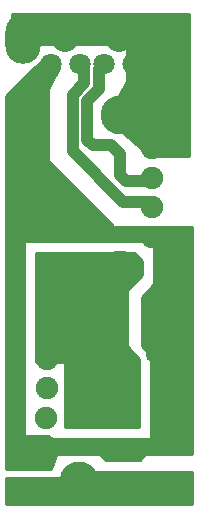
<source format=gbr>
G04 #@! TF.GenerationSoftware,KiCad,Pcbnew,(5.0.0)*
G04 #@! TF.CreationDate,2018-10-13T10:57:01-04:00*
G04 #@! TF.ProjectId,SecondPort_m3_usb,5365636F6E64506F72745F6D335F7573,1*
G04 #@! TF.SameCoordinates,Original*
G04 #@! TF.FileFunction,Copper,L1,Top,Signal*
G04 #@! TF.FilePolarity,Positive*
%FSLAX46Y46*%
G04 Gerber Fmt 4.6, Leading zero omitted, Abs format (unit mm)*
G04 Created by KiCad (PCBNEW (5.0.0)) date 10/13/18 10:57:01*
%MOMM*%
%LPD*%
G01*
G04 APERTURE LIST*
G04 #@! TA.AperFunction,ComponentPad*
%ADD10C,1.900000*%
G04 #@! TD*
G04 #@! TA.AperFunction,ComponentPad*
%ADD11C,3.300000*%
G04 #@! TD*
G04 #@! TA.AperFunction,ComponentPad*
%ADD12O,3.000000X4.200000*%
G04 #@! TD*
G04 #@! TA.AperFunction,ComponentPad*
%ADD13C,2.200000*%
G04 #@! TD*
G04 #@! TA.AperFunction,ComponentPad*
%ADD14C,1.800000*%
G04 #@! TD*
G04 #@! TA.AperFunction,ViaPad*
%ADD15C,1.100000*%
G04 #@! TD*
G04 #@! TA.AperFunction,Conductor*
%ADD16C,1.000000*%
G04 #@! TD*
G04 #@! TA.AperFunction,Conductor*
%ADD17C,0.254000*%
G04 #@! TD*
G04 APERTURE END LIST*
D10*
G04 #@! TO.P,J3,4*
G04 #@! TO.N,GND*
X106790000Y-129570000D03*
G04 #@! TO.P,J3,3*
G04 #@! TO.N,Net-(J3-Pad3)*
X106800000Y-132070000D03*
G04 #@! TO.P,J3,2*
G04 #@! TO.N,Net-(J3-Pad2)*
X106775000Y-134570000D03*
G04 #@! TO.P,J3,1*
G04 #@! TO.N,VBUS*
X106790000Y-137070000D03*
D11*
G04 #@! TO.P,J3,5*
G04 #@! TO.N,GND*
X109500000Y-126750000D03*
X109500000Y-139890000D03*
G04 #@! TD*
D12*
G04 #@! TO.P,J1,5*
G04 #@! TO.N,GND*
X116500000Y-102500000D03*
X104800000Y-102500000D03*
D13*
X112950000Y-102500000D03*
X108350000Y-102500000D03*
D14*
G04 #@! TO.P,J1,4*
X114150000Y-104600000D03*
G04 #@! TO.P,J1,3*
G04 #@! TO.N,Net-(J1-Pad3)*
X111650000Y-104600000D03*
G04 #@! TO.P,J1,2*
G04 #@! TO.N,Net-(J1-Pad2)*
X109650000Y-104600000D03*
G04 #@! TO.P,J1,1*
G04 #@! TO.N,VBUS*
X107150000Y-104600000D03*
G04 #@! TD*
D11*
G04 #@! TO.P,J2,5*
G04 #@! TO.N,GND*
X113000000Y-122070000D03*
X113000000Y-108930000D03*
D10*
G04 #@! TO.P,J2,1*
G04 #@! TO.N,VBUS*
X115710000Y-119250000D03*
G04 #@! TO.P,J2,2*
G04 #@! TO.N,Net-(J1-Pad2)*
X115725000Y-116750000D03*
G04 #@! TO.P,J2,3*
G04 #@! TO.N,Net-(J1-Pad3)*
X115700000Y-114250000D03*
G04 #@! TO.P,J2,4*
G04 #@! TO.N,GND*
X115710000Y-111750000D03*
G04 #@! TD*
D15*
G04 #@! TO.N,GND*
X112750000Y-129250000D03*
X115750000Y-140000000D03*
G04 #@! TO.N,VBUS*
X115750000Y-124250000D03*
X115750000Y-129250000D03*
X115750000Y-137000000D03*
X110750000Y-137000000D03*
G04 #@! TD*
D16*
G04 #@! TO.N,Net-(J1-Pad3)*
X115450000Y-114500000D02*
X115700000Y-114250000D01*
X113500000Y-114500000D02*
X115450000Y-114500000D01*
X113000000Y-114000000D02*
X113500000Y-114500000D01*
X113000000Y-112250000D02*
X113000000Y-114000000D01*
X112250000Y-111500000D02*
X113000000Y-112250000D01*
X111650000Y-104600000D02*
X111250000Y-105000000D01*
X111250000Y-106750000D02*
X110250000Y-107750000D01*
X111250000Y-105000000D02*
X111250000Y-106750000D01*
X110250000Y-107750000D02*
X110250000Y-111000000D01*
X110250000Y-111000000D02*
X110750000Y-111500000D01*
X110750000Y-111500000D02*
X112250000Y-111500000D01*
G04 #@! TO.N,Net-(J1-Pad2)*
X115225000Y-116250000D02*
X115725000Y-116750000D01*
X110000000Y-104950000D02*
X110000000Y-106250000D01*
X110000000Y-106250000D02*
X109000000Y-107250000D01*
X109000000Y-107250000D02*
X109000000Y-112000000D01*
X109650000Y-104600000D02*
X110000000Y-104950000D01*
X109000000Y-112000000D02*
X113250000Y-116250000D01*
X113250000Y-116250000D02*
X115225000Y-116250000D01*
G04 #@! TD*
D17*
G04 #@! TO.N,VBUS*
G36*
X107873000Y-104966273D02*
X106889733Y-106686990D01*
X106873000Y-106750000D01*
X106873000Y-112750000D01*
X106882667Y-112798601D01*
X106910197Y-112839803D01*
X112410197Y-118339803D01*
X112451399Y-118367333D01*
X112500000Y-118377000D01*
X116873000Y-118377000D01*
X116873000Y-119623000D01*
X105000000Y-119623000D01*
X104951399Y-119632667D01*
X104910197Y-119660197D01*
X104882667Y-119701399D01*
X104873000Y-119750000D01*
X104873000Y-136000000D01*
X104882667Y-136048601D01*
X104910197Y-136089803D01*
X104951399Y-136117333D01*
X105000000Y-136127000D01*
X106947394Y-136127000D01*
X107852372Y-137031978D01*
X107161989Y-138873000D01*
X103377000Y-138873000D01*
X103377000Y-107302606D01*
X105829936Y-104849670D01*
X106261385Y-104561385D01*
X106384587Y-104377000D01*
X107873000Y-104377000D01*
X107873000Y-104966273D01*
X107873000Y-104966273D01*
G37*
X107873000Y-104966273D02*
X106889733Y-106686990D01*
X106873000Y-106750000D01*
X106873000Y-112750000D01*
X106882667Y-112798601D01*
X106910197Y-112839803D01*
X112410197Y-118339803D01*
X112451399Y-118367333D01*
X112500000Y-118377000D01*
X116873000Y-118377000D01*
X116873000Y-119623000D01*
X105000000Y-119623000D01*
X104951399Y-119632667D01*
X104910197Y-119660197D01*
X104882667Y-119701399D01*
X104873000Y-119750000D01*
X104873000Y-136000000D01*
X104882667Y-136048601D01*
X104910197Y-136089803D01*
X104951399Y-136117333D01*
X105000000Y-136127000D01*
X106947394Y-136127000D01*
X107852372Y-137031978D01*
X107161989Y-138873000D01*
X103377000Y-138873000D01*
X103377000Y-107302606D01*
X105829936Y-104849670D01*
X106261385Y-104561385D01*
X106384587Y-104377000D01*
X107873000Y-104377000D01*
X107873000Y-104966273D01*
G36*
X119123000Y-137623000D02*
X115250000Y-137623000D01*
X115201399Y-137632667D01*
X115160197Y-137660197D01*
X114697394Y-138123000D01*
X111802606Y-138123000D01*
X111339803Y-137660197D01*
X111298601Y-137632667D01*
X111250000Y-137623000D01*
X107500000Y-137623000D01*
X107451399Y-137632667D01*
X107410197Y-137660197D01*
X107197394Y-137873000D01*
X106627000Y-137873000D01*
X106627000Y-136377000D01*
X115500000Y-136377000D01*
X115548601Y-136367333D01*
X115589803Y-136339803D01*
X115617333Y-136298601D01*
X115627000Y-136250000D01*
X115627000Y-129250000D01*
X115617333Y-129201399D01*
X115589803Y-129160197D01*
X114877000Y-128447394D01*
X114877000Y-124302606D01*
X115839803Y-123339803D01*
X115867333Y-123298601D01*
X115877000Y-123250000D01*
X115877000Y-118377000D01*
X119123000Y-118377000D01*
X119123000Y-137623000D01*
X119123000Y-137623000D01*
G37*
X119123000Y-137623000D02*
X115250000Y-137623000D01*
X115201399Y-137632667D01*
X115160197Y-137660197D01*
X114697394Y-138123000D01*
X111802606Y-138123000D01*
X111339803Y-137660197D01*
X111298601Y-137632667D01*
X111250000Y-137623000D01*
X107500000Y-137623000D01*
X107451399Y-137632667D01*
X107410197Y-137660197D01*
X107197394Y-137873000D01*
X106627000Y-137873000D01*
X106627000Y-136377000D01*
X115500000Y-136377000D01*
X115548601Y-136367333D01*
X115589803Y-136339803D01*
X115617333Y-136298601D01*
X115627000Y-136250000D01*
X115627000Y-129250000D01*
X115617333Y-129201399D01*
X115589803Y-129160197D01*
X114877000Y-128447394D01*
X114877000Y-124302606D01*
X115839803Y-123339803D01*
X115867333Y-123298601D01*
X115877000Y-123250000D01*
X115877000Y-118377000D01*
X119123000Y-118377000D01*
X119123000Y-137623000D01*
G04 #@! TO.N,GND*
G36*
X119123000Y-141873000D02*
X103377000Y-141873000D01*
X103377000Y-139627000D01*
X107750000Y-139627000D01*
X107790161Y-139620483D01*
X109270610Y-139127000D01*
X119123000Y-139127000D01*
X119123000Y-141873000D01*
X119123000Y-141873000D01*
G37*
X119123000Y-141873000D02*
X103377000Y-141873000D01*
X103377000Y-139627000D01*
X107750000Y-139627000D01*
X107790161Y-139620483D01*
X109270610Y-139127000D01*
X119123000Y-139127000D01*
X119123000Y-141873000D01*
G36*
X114873000Y-121302606D02*
X114873000Y-122447394D01*
X113660197Y-123660197D01*
X113632667Y-123701399D01*
X113623000Y-123750000D01*
X113623000Y-128500000D01*
X113632667Y-128548601D01*
X113660197Y-128589803D01*
X114623000Y-129552606D01*
X114623000Y-135373000D01*
X108377000Y-135373000D01*
X108377000Y-130000000D01*
X108367333Y-129951399D01*
X108339803Y-129910197D01*
X108298601Y-129882667D01*
X108250000Y-129873000D01*
X105877000Y-129873000D01*
X105877000Y-120627000D01*
X114197394Y-120627000D01*
X114873000Y-121302606D01*
X114873000Y-121302606D01*
G37*
X114873000Y-121302606D02*
X114873000Y-122447394D01*
X113660197Y-123660197D01*
X113632667Y-123701399D01*
X113623000Y-123750000D01*
X113623000Y-128500000D01*
X113632667Y-128548601D01*
X113660197Y-128589803D01*
X114623000Y-129552606D01*
X114623000Y-135373000D01*
X108377000Y-135373000D01*
X108377000Y-130000000D01*
X108367333Y-129951399D01*
X108339803Y-129910197D01*
X108298601Y-129882667D01*
X108250000Y-129873000D01*
X105877000Y-129873000D01*
X105877000Y-120627000D01*
X114197394Y-120627000D01*
X114873000Y-121302606D01*
G36*
X118873000Y-112373000D02*
X115546521Y-112373000D01*
X112377000Y-109691097D01*
X112377000Y-108282909D01*
X113611018Y-106061677D01*
X113627000Y-106000000D01*
X113627000Y-103000000D01*
X113617333Y-102951399D01*
X113589803Y-102910197D01*
X113548601Y-102882667D01*
X113500000Y-102873000D01*
X103877000Y-102873000D01*
X103877000Y-100377000D01*
X118873000Y-100377000D01*
X118873000Y-112373000D01*
X118873000Y-112373000D01*
G37*
X118873000Y-112373000D02*
X115546521Y-112373000D01*
X112377000Y-109691097D01*
X112377000Y-108282909D01*
X113611018Y-106061677D01*
X113627000Y-106000000D01*
X113627000Y-103000000D01*
X113617333Y-102951399D01*
X113589803Y-102910197D01*
X113548601Y-102882667D01*
X113500000Y-102873000D01*
X103877000Y-102873000D01*
X103877000Y-100377000D01*
X118873000Y-100377000D01*
X118873000Y-112373000D01*
G04 #@! TD*
M02*

</source>
